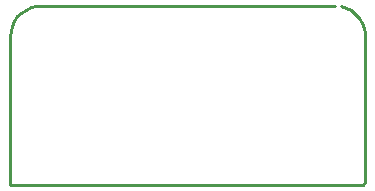
<source format=gko>
G04 ---------------------------- Layer name :KeepOutLayer *
G04 easyEDA 0.1*
G04 Scale: 100 percent, Rotated: No, Reflected: No *
G04 Dimensions in inches *
G04 leading zeros omitted , absolute positions ,2 integer and 4 * 
%FSLAX24Y24*%
%MOIN*%
G90*
G70D02*

%ADD10C,0.010000*%
G54D10*
G01X10839Y5938D02*
G01X1007Y5938D01*
G01X869Y5930D01*
G01X686Y5888D01*
G01X518Y5813D01*
G01X368Y5711D01*
G01X240Y5582D01*
G01X137Y5433D01*
G01X63Y5265D01*
G01X21Y5082D01*
G01X13Y4930D01*
G01X13Y-33D01*
G01X11768Y-33D01*
G01X11823Y57D01*
G01X11821Y5018D01*
G01X11790Y5205D01*
G01X11727Y5378D01*
G01X11633Y5535D01*
G01X11513Y5671D01*
G01X11370Y5782D01*
G01X11208Y5866D01*
G01X11029Y5919D01*

%LPD*%

M00*
M02*
</source>
